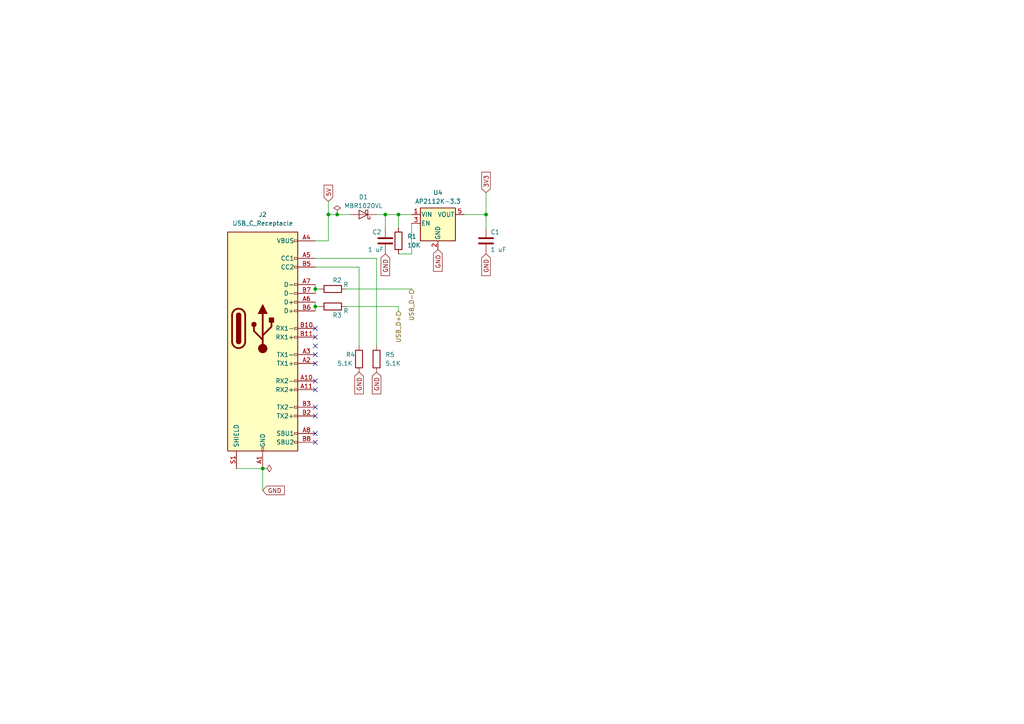
<source format=kicad_sch>
(kicad_sch (version 20230121) (generator eeschema)
  (paper "A4")
  (lib_symbols
    (symbol "Connector:USB_C_Receptacle" (pin_names (offset 1.016))
      (property "Reference" "J" (at -10.16 29.21 0))
      (property "Value" "USB_C_Receptacle" (at 10.16 29.21 0))
      (symbol "USB_C_Receptacle_0_0"
        (rectangle (start -0.254 -35.56) (end 0.254 -34.544))
        (rectangle (start 10.16 -32.766) (end 9.144 -33.274))
        (rectangle (start 10.16 -30.226) (end 9.144 -30.734))
        (rectangle (start 10.16 -25.146) (end 9.144 -25.654))
        (rectangle (start 10.16 -22.606) (end 9.144 -23.114))
        (rectangle (start 10.16 -17.526) (end 9.144 -18.034))
        (rectangle (start 10.16 -14.986) (end 9.144 -15.494))
        (rectangle (start 10.16 -9.906) (end 9.144 -10.414))
        (rectangle (start 10.16 -7.366) (end 9.144 -7.874))
        (rectangle (start 10.16 -2.286) (end 9.144 -2.794))
        (rectangle (start 10.16 0.254) (end 9.144 -0.254))
        (rectangle (start 10.16 5.334) (end 9.144 4.826))
        (rectangle (start 10.16 7.874) (end 9.144 7.366))
        (rectangle (start 10.16 10.414) (end 9.144 9.906))
        (rectangle (start 10.16 12.954) (end 9.144 12.446))
        (rectangle (start 10.16 18.034) (end 9.144 17.526))
        (rectangle (start 10.16 20.574) (end 9.144 20.066))
        (rectangle (start 10.16 25.654) (end 9.144 25.146))
      )
      (symbol "USB_C_Receptacle_0_1"
        (rectangle (start -10.16 27.94) (end 10.16 -35.56) (stroke (width 0.254)) (fill (type background)))
        (arc (start -8.89 -3.81) (mid -6.985 -5.7067) (end -5.08 -3.81) (stroke (width 0.508)))
        (arc (start -7.62 -3.81) (mid -6.985 -4.4423) (end -6.35 -3.81) (stroke (width 0.254)))
        (arc (start -7.62 -3.81) (mid -6.985 -4.4423) (end -6.35 -3.81) (stroke (width 0.254)) (fill (type outline)))
        (rectangle (start -7.62 -3.81) (end -6.35 3.81) (stroke (width 0.254)) (fill (type outline)))
        (arc (start -6.35 3.81) (mid -6.985 4.4423) (end -7.62 3.81) (stroke (width 0.254)))
        (arc (start -6.35 3.81) (mid -6.985 4.4423) (end -7.62 3.81) (stroke (width 0.254)) (fill (type outline)))
        (arc (start -5.08 3.81) (mid -6.985 5.7067) (end -8.89 3.81) (stroke (width 0.508)))
        (polyline (pts (xy -8.89 -3.81) (xy -8.89 3.81)) (stroke (width 0.508)))
        (polyline (pts (xy -5.08 3.81) (xy -5.08 -3.81)) (stroke (width 0.508)))
      )
      (symbol "USB_C_Receptacle_1_1"
        (circle (center -2.54 1.143) (radius 0.635) (stroke (width 0.254)) (fill (type outline)))
        (circle (center 0 -5.842) (radius 1.27) (fill (type outline)))
        (polyline (pts (xy 0 -5.842) (xy 0 4.318)) (stroke (width 0.508)))
        (polyline (pts (xy 0 -3.302) (xy -2.54 -0.762) (xy -2.54 0.508)) (stroke (width 0.508)))
        (polyline (pts (xy 0 -2.032) (xy 2.54 0.508) (xy 2.54 1.778)) (stroke (width 0.508)))
        (polyline (pts (xy -1.27 4.318) (xy 0 6.858) (xy 1.27 4.318) (xy -1.27 4.318)) (stroke (width 0.254)) (fill (type outline)))
        (rectangle (start 1.905 1.778) (end 3.175 3.048) (stroke (width 0.254)) (fill (type outline)))
        (pin passive line (at 0 -40.64 90) (length 5.08) (name "GND") (number "A1"))
        (pin bidirectional line (at 15.24 -15.24 180) (length 5.08) (name "RX2-") (number "A10"))
        (pin bidirectional line (at 15.24 -17.78 180) (length 5.08) (name "RX2+") (number "A11"))
        (pin passive line (at 0 -40.64 90) (length 5.08) hide (name "GND") (number "A12"))
        (pin bidirectional line (at 15.24 -10.16 180) (length 5.08) (name "TX1+") (number "A2"))
        (pin bidirectional line (at 15.24 -7.62 180) (length 5.08) (name "TX1-") (number "A3"))
        (pin passive line (at 15.24 25.4 180) (length 5.08) (name "VBUS") (number "A4"))
        (pin bidirectional line (at 15.24 20.32 180) (length 5.08) (name "CC1") (number "A5"))
        (pin bidirectional line (at 15.24 7.62 180) (length 5.08) (name "D+") (number "A6"))
        (pin bidirectional line (at 15.24 12.7 180) (length 5.08) (name "D-") (number "A7"))
        (pin bidirectional line (at 15.24 -30.48 180) (length 5.08) (name "SBU1") (number "A8"))
        (pin passive line (at 15.24 25.4 180) (length 5.08) hide (name "VBUS") (number "A9"))
        (pin passive line (at 0 -40.64 90) (length 5.08) hide (name "GND") (number "B1"))
        (pin bidirectional line (at 15.24 0 180) (length 5.08) (name "RX1-") (number "B10"))
        (pin bidirectional line (at 15.24 -2.54 180) (length 5.08) (name "RX1+") (number "B11"))
        (pin passive line (at 0 -40.64 90) (length 5.08) hide (name "GND") (number "B12"))
        (pin bidirectional line (at 15.24 -25.4 180) (length 5.08) (name "TX2+") (number "B2"))
        (pin bidirectional line (at 15.24 -22.86 180) (length 5.08) (name "TX2-") (number "B3"))
        (pin passive line (at 15.24 25.4 180) (length 5.08) hide (name "VBUS") (number "B4"))
        (pin bidirectional line (at 15.24 17.78 180) (length 5.08) (name "CC2") (number "B5"))
        (pin bidirectional line (at 15.24 5.08 180) (length 5.08) (name "D+") (number "B6"))
        (pin bidirectional line (at 15.24 10.16 180) (length 5.08) (name "D-") (number "B7"))
        (pin bidirectional line (at 15.24 -33.02 180) (length 5.08) (name "SBU2") (number "B8"))
        (pin passive line (at 15.24 25.4 180) (length 5.08) hide (name "VBUS") (number "B9"))
        (pin passive line (at -7.62 -40.64 90) (length 5.08) (name "SHIELD") (number "S1"))
      )
    )
    (symbol "Device:C" (pin_numbers hide) (pin_names (offset 0.254))
      (property "Reference" "C" (at 0.635 2.54 0))
      (property "Value" "C" (at 0.635 -2.54 0))
      (symbol "C_0_1"
        (polyline (pts (xy -2.032 -0.762) (xy 2.032 -0.762)) (stroke (width 0.508)))
        (polyline (pts (xy -2.032 0.762) (xy 2.032 0.762)) (stroke (width 0.508)))
      )
      (symbol "C_1_1"
        (pin passive line (at 0 3.81 270) (length 2.794) (name "~") (number "1"))
        (pin passive line (at 0 -3.81 90) (length 2.794) (name "~") (number "2"))
      )
    )
    (symbol "Device:R" (pin_numbers hide) (pin_names (offset 0))
      (property "Reference" "R" (at 2.032 0 90))
      (property "Value" "R" (at 0 0 90))
      (symbol "R_0_1"
        (rectangle (start -1.016 -2.54) (end 1.016 2.54) (stroke (width 0.254)))
      )
      (symbol "R_1_1"
        (pin passive line (at 0 3.81 270) (length 1.27) (name "~") (number "1"))
        (pin passive line (at 0 -3.81 90) (length 1.27) (name "~") (number "2"))
      )
    )
    (symbol "Diode:MBR1020VL" (pin_numbers hide) (pin_names hide)
      (property "Reference" "D" (at 0 2.54 0))
      (property "Value" "MBR1020VL" (at 0 -2.54 0))
      (symbol "MBR1020VL_0_1"
        (polyline (pts (xy 1.27 0) (xy -1.27 0)))
        (polyline (pts (xy 1.27 1.27) (xy 1.27 -1.27) (xy -1.27 0) (xy 1.27 1.27)) (stroke (width 0.2032)))
        (polyline (pts (xy -1.905 0.635) (xy -1.905 1.27) (xy -1.27 1.27) (xy -1.27 -1.27) (xy -0.635 -1.27) (xy -0.635 -0.635)) (stroke (width 0.2032)))
      )
      (symbol "MBR1020VL_1_1"
        (pin passive line (at -3.81 0 0) (length 2.54) (name "K") (number "1"))
        (pin passive line (at 3.81 0 180) (length 2.54) (name "A") (number "2"))
      )
    )
    (symbol "Regulator_Linear:AP2112K-3.3" (pin_names (offset 0.254))
      (property "Reference" "U" (at -5.08 5.715 0))
      (property "Value" "AP2112K-3.3" (at 0 5.715 0))
      (symbol "AP2112K-3.3_0_1"
        (rectangle (start -5.08 4.445) (end 5.08 -5.08) (stroke (width 0.254)) (fill (type background)))
      )
      (symbol "AP2112K-3.3_1_1"
        (pin power_in line (at -7.62 2.54 0) (length 2.54) (name "VIN") (number "1"))
        (pin power_in line (at 0 -7.62 90) (length 2.54) (name "GND") (number "2"))
        (pin input line (at -7.62 0 0) (length 2.54) (name "EN") (number "3"))
        (pin no_connect line (at 5.08 0 180) (length 2.54) hide (name "NC") (number "4"))
        (pin power_out line (at 7.62 2.54 180) (length 2.54) (name "VOUT") (number "5"))
      )
    )
    (symbol "power:PWR_FLAG" (power) (pin_numbers hide) (pin_names (offset 0) hide)
      (property "Value" "PWR_FLAG" (at 0 3.81 0))
      (symbol "PWR_FLAG_0_0"
        (pin power_out line (at 0 0 90) (length 0) (name "pwr") (number "1"))
      )
      (symbol "PWR_FLAG_0_1"
        (polyline (pts (xy 0 0) (xy 0 1.27) (xy -1.016 1.905) (xy 0 2.54) (xy 1.016 1.905) (xy 0 1.27)))
      )
    )
  )
  (junction (at 91.44 83.82))
  (junction (at 91.44 88.9))
  (junction (at 140.97 62.23))
  (junction (at 76.2 135.89))
  (junction (at 97.79 62.23))
  (junction (at 95.25 62.23))
  (junction (at 111.76 62.23))
  (junction (at 115.57 62.23))
  (no_connect (at 91.44 113.03))
  (no_connect (at 91.44 100.33))
  (no_connect (at 91.44 120.65))
  (no_connect (at 91.44 97.79))
  (no_connect (at 91.44 105.41))
  (no_connect (at 91.44 125.73))
  (no_connect (at 91.44 118.11))
  (no_connect (at 91.44 95.25))
  (no_connect (at 91.44 110.49))
  (no_connect (at 91.44 102.87))
  (no_connect (at 91.44 128.27))
  (wire (pts (xy 68.58 135.89) (xy 76.2 135.89)))
  (wire (pts (xy 91.44 74.93) (xy 109.22 74.93)))
  (wire (pts (xy 109.22 74.93) (xy 109.22 100.33)))
  (wire (pts (xy 92.71 83.82) (xy 91.44 83.82)))
  (wire (pts (xy 91.44 83.82) (xy 91.44 85.09)))
  (wire (pts (xy 119.38 64.77) (xy 119.38 73.66)))
  (wire (pts (xy 95.25 69.85) (xy 95.25 62.23)))
  (wire (pts (xy 91.44 69.85) (xy 95.25 69.85)))
  (wire (pts (xy 95.25 58.42) (xy 95.25 62.23)))
  (wire (pts (xy 111.76 62.23) (xy 115.57 62.23)))
  (wire (pts (xy 91.44 77.47) (xy 104.14 77.47)))
  (wire (pts (xy 115.57 62.23) (xy 115.57 66.04)))
  (wire (pts (xy 115.57 90.17) (xy 115.57 88.9)))
  (wire (pts (xy 115.57 62.23) (xy 119.38 62.23)))
  (wire (pts (xy 104.14 77.47) (xy 104.14 100.33)))
  (wire (pts (xy 76.2 135.89) (xy 76.2 142.24)))
  (wire (pts (xy 91.44 87.63) (xy 91.44 88.9)))
  (wire (pts (xy 140.97 55.88) (xy 140.97 62.23)))
  (wire (pts (xy 91.44 82.55) (xy 91.44 83.82)))
  (wire (pts (xy 140.97 62.23) (xy 140.97 66.04)))
  (wire (pts (xy 97.79 62.23) (xy 95.25 62.23)))
  (wire (pts (xy 119.38 73.66) (xy 115.57 73.66)))
  (wire (pts (xy 111.76 62.23) (xy 111.76 66.04)))
  (wire (pts (xy 100.33 88.9) (xy 115.57 88.9)))
  (wire (pts (xy 109.22 62.23) (xy 111.76 62.23)))
  (wire (pts (xy 134.62 62.23) (xy 140.97 62.23)))
  (wire (pts (xy 101.6 62.23) (xy 97.79 62.23)))
  (wire (pts (xy 91.44 88.9) (xy 91.44 90.17)))
  (wire (pts (xy 92.71 88.9) (xy 91.44 88.9)))
  (wire (pts (xy 119.38 83.82) (xy 100.33 83.82)))
  (global_label "GND" (shape input) (at 127 72.39 270) (property "Intersheetrefs" "${INTERSHEET_REFS}" (effects hide)))
  (global_label "GND" (shape input) (at 111.76 73.66 270) (property "Intersheetrefs" "${INTERSHEET_REFS}" (effects hide)))
  (global_label "GND" (shape input) (at 109.22 107.95 270) (property "Intersheetrefs" "${INTERSHEET_REFS}" (effects hide)))
  (global_label "3V3" (shape input) (at 140.97 55.88 90) (property "Intersheetrefs" "${INTERSHEET_REFS}" (effects hide)))
  (global_label "GND" (shape input) (at 140.97 73.66 270) (property "Intersheetrefs" "${INTERSHEET_REFS}" (effects hide)))
  (global_label "GND" (shape input) (at 104.14 107.95 270) (property "Intersheetrefs" "${INTERSHEET_REFS}" (effects hide)))
  (global_label "GND" (shape input) (at 76.2 142.24 0) (property "Intersheetrefs" "${INTERSHEET_REFS}" (effects hide)))
  (global_label "5V" (shape input) (at 95.25 58.42 90) (property "Intersheetrefs" "${INTERSHEET_REFS}" (effects hide)))
  (hierarchical_label "USB_D-" (shape input) (at 119.38 83.82 270))
  (hierarchical_label "USB_D+" (shape input) (at 115.57 90.17 270))
  (symbol (lib_id "Device:R") (at 109.22 104.14 0) (unit 1)
    (property "Reference" "R5" (at 111.76 102.87 0) (effects (justify left)))
    (property "Value" "5.1K" (at 111.76 105.41 0) (effects (justify left)))
    (property "Footprint" "Resistor_THT:R_Axial_DIN0207_L6.3mm_D2.5mm_P10.16mm_Horizontal" (effects hide))
    (instances (project "USBC" (path "" (reference "R5") (unit 1)) (path "" (reference "R9") (unit 1))))
  )
  (symbol (lib_id "Device:R") (at 96.52 83.82 90) (unit 1)
    (property "Reference" "R2" (at 97.79 81.28 90))
    (property "Value" "R" (at 100.33 82.55 90))
    (property "Footprint" "Resistor_THT:R_Axial_DIN0207_L6.3mm_D2.5mm_P10.16mm_Horizontal" (effects hide))
    (instances (project "USBC" (path "" (reference "R2") (unit 1)) (path "" (reference "R6") (unit 1))))
  )
  (symbol (lib_id "Device:R") (at 115.57 69.85 0) (unit 1)
    (property "Reference" "R1" (at 118.11 68.58 0) (effects (justify left)))
    (property "Value" "10K" (at 118.11 71.12 0) (effects (justify left)))
    (property "Footprint" "Resistor_THT:R_Axial_DIN0207_L6.3mm_D2.5mm_P10.16mm_Horizontal" (effects hide))
    (instances (project "USBC" (path "" (reference "R1") (unit 1)) (path "" (reference "R10") (unit 1))))
  )
  (symbol (lib_id "Device:C") (at 111.76 69.85 0) (unit 1)
    (property "Reference" "C2" (at 107.95 67.31 0) (effects (justify left)))
    (property "Value" "1 uF" (at 106.68 72.39 0) (effects (justify left)))
    (property "Footprint" "Capacitor_THT:CP_Axial_L10.0mm_D4.5mm_P15.00mm_Horizontal" (effects hide))
    (instances (project "USBC" (path "" (reference "C2") (unit 1)) (path "" (reference "C3") (unit 1))))
  )
  (symbol (lib_id "Regulator_Linear:AP2112K-3.3") (at 127 64.77 0) (unit 1)
    (property "Reference" "U4" (at 127 55.88 0))
    (property "Value" "AP2112K-3.3" (at 127 58.42 0))
    (property "Footprint" "Package_TO_SOT_SMD:SOT-23-5" (effects hide))
    (property "Datasheet" "https://www.diodes.com/assets/Datasheets/AP2112.pdf" (effects hide))
    (instances (project "USBC" (path "" (reference "U4") (unit 1)) (path "" (reference "U1") (unit 1))))
  )
  (symbol (lib_id "Diode:MBR1020VL") (at 105.41 62.23 180) (unit 1)
    (property "Reference" "D1" (at 105.41 57.15 0))
    (property "Value" "MBR1020VL" (at 105.41 59.69 0))
    (property "Footprint" "Diode_SMD:D_SOD-123F" (effects hide))
    (property "Datasheet" "https://www.onsemi.com/pub/Collateral/MBR1020VL-D.PDF" (effects hide))
    (instances (project "USBC" (path "" (reference "D1") (unit 1)) (path "" (reference "D2") (unit 1))))
  )
  (symbol (lib_id "Device:C") (at 140.97 69.85 0) (unit 1)
    (property "Reference" "C1" (at 142.24 67.31 0) (effects (justify left)))
    (property "Value" "1 uF" (at 142.24 72.39 0) (effects (justify left)))
    (property "Footprint" "Capacitor_THT:CP_Axial_L10.0mm_D4.5mm_P15.00mm_Horizontal" (effects hide))
    (instances (project "USBC" (path "" (reference "C1") (unit 1)) (path "" (reference "C4") (unit 1))))
  )
  (symbol (lib_id "Device:R") (at 104.14 104.14 0) (unit 1)
    (property "Reference" "R4" (at 100.33 102.87 0) (effects (justify left)))
    (property "Value" "5.1K" (at 97.79 105.41 0) (effects (justify left)))
    (property "Footprint" "Resistor_THT:R_Axial_DIN0207_L6.3mm_D2.5mm_P10.16mm_Horizontal" (effects hide))
    (instances (project "USBC" (path "" (reference "R4") (unit 1)) (path "" (reference "R8") (unit 1))))
  )
  (symbol (lib_id "Device:R") (at 96.52 88.9 90) (unit 1)
    (property "Reference" "R3" (at 97.79 91.44 90))
    (property "Value" "R" (at 100.33 90.17 90))
    (property "Footprint" "Resistor_THT:R_Axial_DIN0207_L6.3mm_D2.5mm_P10.16mm_Horizontal" (effects hide))
    (instances (project "USBC" (path "" (reference "R3") (unit 1)) (path "" (reference "R7") (unit 1))))
  )
  (symbol (lib_id "power:PWR_FLAG") (at 76.2 135.89 270) (unit 1)
    (property "Reference" "#FLG02" (effects hide))
    (property "Value" "PWR_FLAG" (effects hide))
    (instances (project "USBC" (path "" (reference "#FLG02") (unit 1)) (path "" (reference "#FLG03") (unit 1))))
  )
  (symbol (lib_id "Connector:USB_C_Receptacle") (at 76.2 95.25 0) (unit 1)
    (property "Reference" "J2" (at 76.2 62.23 0))
    (property "Value" "USB_C_Receptacle" (at 76.2 64.77 0))
    (property "Footprint" "Connector_USB:USB_C_Receptacle_Molex_105450-0101" (effects hide))
    (property "Datasheet" "https://www.usb.org/sites/default/files/documents/usb_type-c.zip" (effects hide))
    (instances (project "USBC" (path "" (reference "J2") (unit 1)) (path "" (reference "J1") (unit 1))))
  )
  (symbol (lib_id "power:PWR_FLAG") (at 97.79 62.23 0) (unit 1)
    (property "Reference" "#FLG01" (effects hide))
    (property "Value" "PWR_FLAG" (effects hide))
    (instances (project "USBC" (path "" (reference "#FLG01") (unit 1)) (path "" (reference "#FLG04") (unit 1))))
  )
)
</source>
